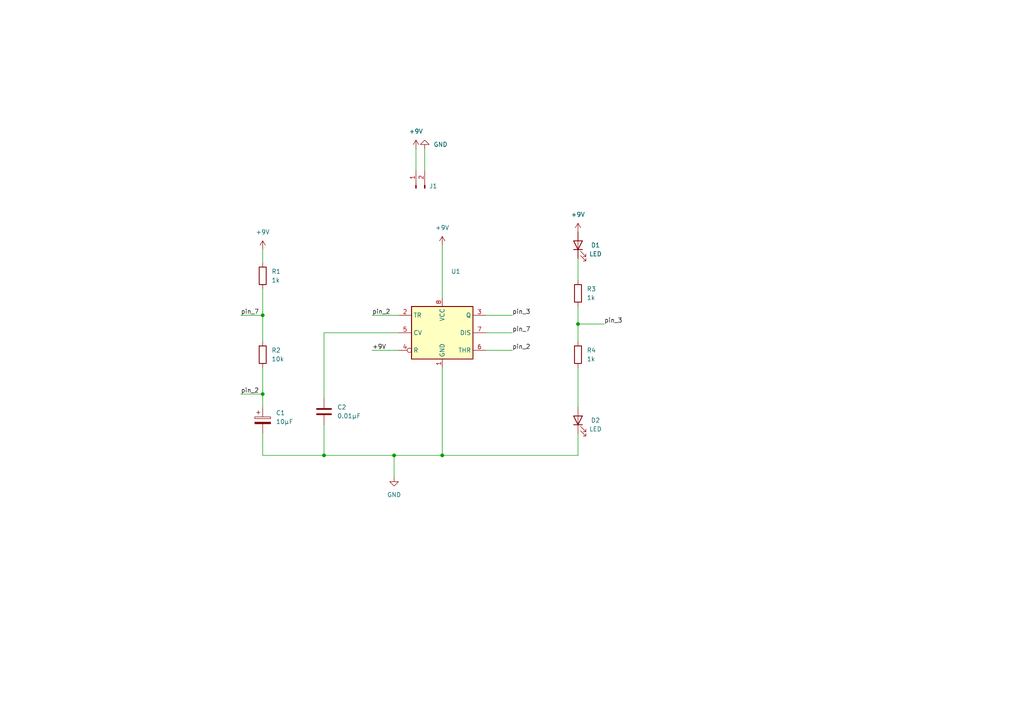
<source format=kicad_sch>
(kicad_sch (version 20211123) (generator eeschema)
  (paper "A4")
  (title_block (title "555 Timer Circuit") (date "2023-01-27"))
  (lib_symbols
    (symbol "Connector:Conn_01x02_Male" (pin_names (offset 1.016) hide)
      (property "Reference" "J" (at 0 2.54 0))
      (property "Value" "Conn_01x02_Male" (at 0 -5.08 0))
      (symbol "Conn_01x02_Male_1_1"
        (polyline (pts (xy 1.27 -2.54) (xy 0.8636 -2.54)) (stroke (width 0.1524)))
        (polyline (pts (xy 1.27 0) (xy 0.8636 0)) (stroke (width 0.1524)))
        (rectangle (start 0.8636 -2.413) (end 0 -2.667) (stroke (width 0.1524)) (fill (type outline)))
        (rectangle (start 0.8636 0.127) (end 0 -0.127) (stroke (width 0.1524)) (fill (type outline)))
        (pin passive line (at 5.08 0 180) (length 3.81) (name "Pin_1") (number "1"))
        (pin passive line (at 5.08 -2.54 180) (length 3.81) (name "Pin_2") (number "2"))
      )
    )
    (symbol "Device:C" (pin_numbers hide) (pin_names (offset 0.254))
      (property "Reference" "C" (at 0.635 2.54 0))
      (property "Value" "C" (at 0.635 -2.54 0))
      (symbol "C_0_1"
        (polyline (pts (xy -2.032 -0.762) (xy 2.032 -0.762)) (stroke (width 0.508)))
        (polyline (pts (xy -2.032 0.762) (xy 2.032 0.762)) (stroke (width 0.508)))
      )
      (symbol "C_1_1"
        (pin passive line (at 0 3.81 270) (length 2.794) (name "~") (number "1"))
        (pin passive line (at 0 -3.81 90) (length 2.794) (name "~") (number "2"))
      )
    )
    (symbol "Device:C_Polarized" (pin_numbers hide) (pin_names (offset 0.254))
      (property "Reference" "C" (at 0.635 2.54 0))
      (property "Value" "C_Polarized" (at 0.635 -2.54 0))
      (symbol "C_Polarized_0_1"
        (rectangle (start -2.286 0.508) (end 2.286 1.016))
        (polyline (pts (xy -1.778 2.286) (xy -0.762 2.286)))
        (polyline (pts (xy -1.27 2.794) (xy -1.27 1.778)))
        (rectangle (start 2.286 -0.508) (end -2.286 -1.016) (fill (type outline)))
      )
      (symbol "C_Polarized_1_1"
        (pin passive line (at 0 3.81 270) (length 2.794) (name "~") (number "1"))
        (pin passive line (at 0 -3.81 90) (length 2.794) (name "~") (number "2"))
      )
    )
    (symbol "Device:LED" (pin_numbers hide) (pin_names (offset 1.016) hide)
      (property "Reference" "D" (at 0 2.54 0))
      (property "Value" "LED" (at 0 -2.54 0))
      (symbol "LED_0_1"
        (polyline (pts (xy -1.27 -1.27) (xy -1.27 1.27)) (stroke (width 0.254)))
        (polyline (pts (xy -1.27 0) (xy 1.27 0)))
        (polyline (pts (xy 1.27 -1.27) (xy 1.27 1.27) (xy -1.27 0) (xy 1.27 -1.27)) (stroke (width 0.254)))
        (polyline (pts (xy -3.048 -0.762) (xy -4.572 -2.286) (xy -3.81 -2.286) (xy -4.572 -2.286) (xy -4.572 -1.524)))
        (polyline (pts (xy -1.778 -0.762) (xy -3.302 -2.286) (xy -2.54 -2.286) (xy -3.302 -2.286) (xy -3.302 -1.524)))
      )
      (symbol "LED_1_1"
        (pin passive line (at -3.81 0 0) (length 2.54) (name "K") (number "1"))
        (pin passive line (at 3.81 0 180) (length 2.54) (name "A") (number "2"))
      )
    )
    (symbol "Device:R" (pin_numbers hide) (pin_names (offset 0))
      (property "Reference" "R" (at 2.032 0 90))
      (property "Value" "R" (at 0 0 90))
      (symbol "R_0_1"
        (rectangle (start -1.016 -2.54) (end 1.016 2.54) (stroke (width 0.254)))
      )
      (symbol "R_1_1"
        (pin passive line (at 0 3.81 270) (length 1.27) (name "~") (number "1"))
        (pin passive line (at 0 -3.81 90) (length 1.27) (name "~") (number "2"))
      )
    )
    (symbol "Timer:NE555D"
      (property "Reference" "U" (at -10.16 8.89 0))
      (property "Value" "NE555D" (at 2.54 8.89 0))
      (symbol "NE555D_0_0"
        (pin power_in line (at 0 -10.16 90) (length 2.54) (name "GND") (number "1"))
        (pin power_in line (at 0 10.16 270) (length 2.54) (name "VCC") (number "8"))
      )
      (symbol "NE555D_0_1"
        (rectangle (start -8.89 -7.62) (end 8.89 7.62) (stroke (width 0.254)) (fill (type background)))
        (rectangle (start -8.89 -7.62) (end 8.89 7.62) (stroke (width 0.254)) (fill (type background)))
      )
      (symbol "NE555D_1_1"
        (pin input line (at -12.7 5.08 0) (length 3.81) (name "TR") (number "2"))
        (pin output line (at 12.7 5.08 180) (length 3.81) (name "Q") (number "3"))
        (pin input inverted (at -12.7 -5.08 0) (length 3.81) (name "R") (number "4"))
        (pin input line (at -12.7 0 0) (length 3.81) (name "CV") (number "5"))
        (pin input line (at 12.7 -5.08 180) (length 3.81) (name "THR") (number "6"))
        (pin input line (at 12.7 0 180) (length 3.81) (name "DIS") (number "7"))
      )
    )
    (symbol "power:+9V" (power) (pin_names (offset 0))
      (property "Value" "+9V" (at 0 3.556 0))
      (symbol "+9V_0_1"
        (polyline (pts (xy -0.762 1.27) (xy 0 2.54)))
        (polyline (pts (xy 0 0) (xy 0 2.54)))
        (polyline (pts (xy 0 2.54) (xy 0.762 1.27)))
      )
      (symbol "+9V_1_1"
        (pin power_in line (at 0 0 90) (length 0) hide (name "+9V") (number "1"))
      )
    )
    (symbol "power:GND" (power) (pin_names (offset 0))
      (property "Value" "GND" (at 0 -3.81 0))
      (symbol "GND_0_1"
        (polyline (pts (xy 0 0) (xy 0 -1.27) (xy 1.27 -1.27) (xy 0 -2.54) (xy -1.27 -1.27) (xy 0 -1.27)))
      )
      (symbol "GND_1_1"
        (pin power_in line (at 0 0 270) (length 0) hide (name "GND") (number "1"))
      )
    )
  )
  (junction (at 128.27 132.08))
  (junction (at 76.2 91.44))
  (junction (at 114.3 132.08))
  (junction (at 167.64 93.98))
  (junction (at 93.98 132.08))
  (junction (at 76.2 114.3))
  (wire (pts (xy 93.98 123.19) (xy 93.98 132.08)))
  (wire (pts (xy 167.64 93.98) (xy 175.26 93.98)))
  (wire (pts (xy 76.2 106.68) (xy 76.2 114.3)))
  (wire (pts (xy 69.85 114.3) (xy 76.2 114.3)))
  (wire (pts (xy 128.27 71.12) (xy 128.27 86.36)))
  (wire (pts (xy 107.95 101.6) (xy 115.57 101.6)))
  (wire (pts (xy 114.3 132.08) (xy 114.3 138.43)))
  (wire (pts (xy 76.2 125.73) (xy 76.2 132.08)))
  (wire (pts (xy 114.3 132.08) (xy 128.27 132.08)))
  (wire (pts (xy 140.97 96.52) (xy 148.59 96.52)))
  (wire (pts (xy 120.65 43.18) (xy 120.65 49.53)))
  (wire (pts (xy 167.64 106.68) (xy 167.64 118.11)))
  (wire (pts (xy 93.98 96.52) (xy 93.98 115.57)))
  (wire (pts (xy 76.2 91.44) (xy 76.2 99.06)))
  (wire (pts (xy 128.27 132.08) (xy 167.64 132.08)))
  (wire (pts (xy 140.97 91.44) (xy 148.59 91.44)))
  (wire (pts (xy 140.97 101.6) (xy 148.59 101.6)))
  (wire (pts (xy 93.98 132.08) (xy 114.3 132.08)))
  (wire (pts (xy 76.2 83.82) (xy 76.2 91.44)))
  (wire (pts (xy 76.2 76.2) (xy 76.2 72.39)))
  (wire (pts (xy 115.57 96.52) (xy 93.98 96.52)))
  (wire (pts (xy 123.19 43.18) (xy 123.19 49.53)))
  (wire (pts (xy 167.64 125.73) (xy 167.64 132.08)))
  (wire (pts (xy 76.2 114.3) (xy 76.2 118.11)))
  (wire (pts (xy 107.95 91.44) (xy 115.57 91.44)))
  (wire (pts (xy 128.27 106.68) (xy 128.27 132.08)))
  (wire (pts (xy 167.64 88.9) (xy 167.64 93.98)))
  (wire (pts (xy 76.2 132.08) (xy 93.98 132.08)))
  (wire (pts (xy 167.64 74.93) (xy 167.64 81.28)))
  (wire (pts (xy 167.64 93.98) (xy 167.64 99.06)))
  (wire (pts (xy 69.85 91.44) (xy 76.2 91.44)))
  (label "pin_2" (at 107.95 91.44 0))
  (label "+9V" (at 107.95 101.6 0))
  (label "pin_2" (at 148.59 101.6 0))
  (label "pin_3" (at 175.26 93.98 0))
  (label "pin_2" (at 69.85 114.3 0))
  (label "pin_7" (at 69.85 91.44 0))
  (label "pin_3" (at 148.59 91.44 0))
  (label "pin_7" (at 148.59 96.52 0))
  (symbol (lib_id "power:GND") (at 123.19 43.18 180) (unit 1)
    (property "Reference" "#PWR?" (effects hide))
    (property "Value" "GND" (at 125.73 41.9099 0) (effects (justify right)))
  )
  (symbol (lib_id "Connector:Conn_01x02_Male") (at 120.65 54.61 90) (unit 1)
    (property "Reference" "J1" (at 124.46 53.9749 90) (effects (justify right)))
    (property "Value" "Conn_01x02_Male" (effects hide))
  )
  (symbol (lib_id "Device:LED") (at 167.64 71.12 90) (unit 1)
    (property "Reference" "D1" (at 172.72 71.12 90))
    (property "Value" "LED" (at 172.72 73.66 90))
  )
  (symbol (lib_id "power:+9V") (at 128.27 71.12 0) (unit 1)
    (property "Reference" "#PWR?" (effects hide))
    (property "Value" "+9V" (at 128.27 66.04 0))
  )
  (symbol (lib_id "Device:C_Polarized") (at 76.2 121.92 0) (unit 1)
    (property "Reference" "C1" (at 80.01 119.7609 0) (effects (justify left)))
    (property "Value" "10μF" (at 80.01 122.3009 0) (effects (justify left)))
  )
  (symbol (lib_id "power:+9V") (at 167.64 67.31 0) (unit 1)
    (property "Reference" "#PWR?" (effects hide))
    (property "Value" "+9V" (at 167.64 62.23 0))
  )
  (symbol (lib_id "power:GND") (at 114.3 138.43 0) (unit 1)
    (property "Reference" "#PWR?" (effects hide))
    (property "Value" "GND" (at 114.3 143.51 0))
  )
  (symbol (lib_id "Device:R") (at 76.2 102.87 0) (unit 1)
    (property "Reference" "R2" (at 78.74 101.5999 0) (effects (justify left)))
    (property "Value" "10k" (at 78.74 104.1399 0) (effects (justify left)))
  )
  (symbol (lib_id "Timer:NE555D") (at 128.27 96.52 0) (unit 1)
    (property "Reference" "U1" (at 130.81 78.74 0) (effects (justify left)))
    (property "Value" "NE555D" (effects hide))
    (property "Footprint" "Package_SO:SOIC-8_3.9x4.9mm_P1.27mm" (effects hide))
    (property "Datasheet" "http://www.ti.com/lit/ds/symlink/ne555.pdf" (effects hide))
  )
  (symbol (lib_id "Device:R") (at 167.64 85.09 0) (unit 1)
    (property "Reference" "R3" (at 170.18 83.8199 0) (effects (justify left)))
    (property "Value" "1k" (at 170.18 86.3599 0) (effects (justify left)))
  )
  (symbol (lib_id "Device:R") (at 167.64 102.87 0) (unit 1)
    (property "Reference" "R4" (at 170.18 101.5999 0) (effects (justify left)))
    (property "Value" "1k" (at 170.18 104.1399 0) (effects (justify left)))
  )
  (symbol (lib_id "Device:C") (at 93.98 119.38 0) (unit 1)
    (property "Reference" "C2" (at 97.79 118.1099 0) (effects (justify left)))
    (property "Value" "0.01μF" (at 97.79 120.65 0) (effects (justify left)))
  )
  (symbol (lib_id "Device:LED") (at 167.64 121.92 90) (unit 1)
    (property "Reference" "D2" (at 172.72 121.92 90))
    (property "Value" "LED" (at 172.72 124.46 90))
  )
  (symbol (lib_id "power:+9V") (at 76.2 72.39 0) (unit 1)
    (property "Reference" "#PWR?" (effects hide))
    (property "Value" "+9V" (at 76.2 67.31 0))
  )
  (symbol (lib_id "power:+9V") (at 120.65 43.18 0) (unit 1)
    (property "Reference" "#PWR?" (effects hide))
    (property "Value" "+9V" (at 120.65 38.1 0))
  )
  (symbol (lib_id "Device:R") (at 76.2 80.01 0) (unit 1)
    (property "Reference" "R1" (at 78.74 78.7399 0) (effects (justify left)))
    (property "Value" "1k" (at 78.74 81.2799 0) (effects (justify left)))
  )
)
</source>
